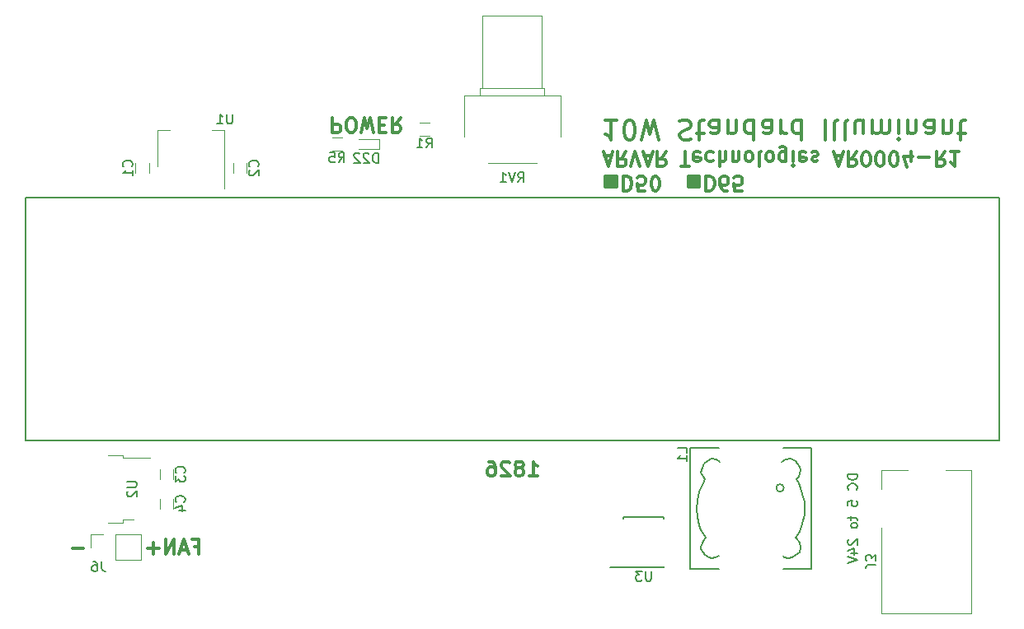
<source format=gbo>
G04 #@! TF.GenerationSoftware,KiCad,Pcbnew,(5.0.0-rc2-117-g8a2639325)*
G04 #@! TF.CreationDate,2018-07-20T00:32:21+10:00*
G04 #@! TF.ProjectId,AR0004-R1,4152303030342D52312E6B696361645F,rev?*
G04 #@! TF.SameCoordinates,Original*
G04 #@! TF.FileFunction,Legend,Bot*
G04 #@! TF.FilePolarity,Positive*
%FSLAX46Y46*%
G04 Gerber Fmt 4.6, Leading zero omitted, Abs format (unit mm)*
G04 Created by KiCad (PCBNEW (5.0.0-rc2-117-g8a2639325)) date 07/20/18 00:32:21*
%MOMM*%
%LPD*%
G01*
G04 APERTURE LIST*
%ADD10C,0.300000*%
%ADD11C,0.150000*%
%ADD12C,0.200000*%
%ADD13C,0.120000*%
G04 APERTURE END LIST*
D10*
X109623571Y-53964285D02*
X109623571Y-52821428D01*
X109695000Y-52821428D02*
X109695000Y-53964285D01*
X109766428Y-53964285D02*
X109766428Y-52821428D01*
X109837857Y-52821428D02*
X109837857Y-53964285D01*
X109909285Y-53964285D02*
X109909285Y-52821428D01*
X109980714Y-52821428D02*
X109980714Y-53964285D01*
X110052142Y-53964285D02*
X110052142Y-52821428D01*
X110123571Y-52821428D02*
X110123571Y-53964285D01*
X110195000Y-53964285D02*
X110195000Y-52821428D01*
X110266428Y-52821428D02*
X110266428Y-53964285D01*
X110337857Y-53964285D02*
X110337857Y-52821428D01*
X110409285Y-52821428D02*
X110409285Y-53964285D01*
X110480714Y-53964285D02*
X110480714Y-52821428D01*
X110552142Y-52821428D02*
X110552142Y-53964285D01*
X110623571Y-53964285D02*
X110623571Y-52821428D01*
X109552142Y-53964285D02*
X110695000Y-53964285D01*
X110695000Y-52821428D01*
X109552142Y-52821428D01*
X109552142Y-53964285D01*
X111409285Y-52821428D02*
X111409285Y-54321428D01*
X111766428Y-54321428D01*
X111980714Y-54250000D01*
X112123571Y-54107142D01*
X112195000Y-53964285D01*
X112266428Y-53678571D01*
X112266428Y-53464285D01*
X112195000Y-53178571D01*
X112123571Y-53035714D01*
X111980714Y-52892857D01*
X111766428Y-52821428D01*
X111409285Y-52821428D01*
X113623571Y-54321428D02*
X112909285Y-54321428D01*
X112837857Y-53607142D01*
X112909285Y-53678571D01*
X113052142Y-53750000D01*
X113409285Y-53750000D01*
X113552142Y-53678571D01*
X113623571Y-53607142D01*
X113695000Y-53464285D01*
X113695000Y-53107142D01*
X113623571Y-52964285D01*
X113552142Y-52892857D01*
X113409285Y-52821428D01*
X113052142Y-52821428D01*
X112909285Y-52892857D01*
X112837857Y-52964285D01*
X114623571Y-54321428D02*
X114766428Y-54321428D01*
X114909285Y-54250000D01*
X114980714Y-54178571D01*
X115052142Y-54035714D01*
X115123571Y-53750000D01*
X115123571Y-53392857D01*
X115052142Y-53107142D01*
X114980714Y-52964285D01*
X114909285Y-52892857D01*
X114766428Y-52821428D01*
X114623571Y-52821428D01*
X114480714Y-52892857D01*
X114409285Y-52964285D01*
X114337857Y-53107142D01*
X114266428Y-53392857D01*
X114266428Y-53750000D01*
X114337857Y-54035714D01*
X114409285Y-54178571D01*
X114480714Y-54250000D01*
X114623571Y-54321428D01*
X118123571Y-53964285D02*
X118123571Y-52821428D01*
X118195000Y-52821428D02*
X118195000Y-53964285D01*
X118266428Y-53964285D02*
X118266428Y-52821428D01*
X118337857Y-52821428D02*
X118337857Y-53964285D01*
X118409285Y-53964285D02*
X118409285Y-52821428D01*
X118480714Y-52821428D02*
X118480714Y-53964285D01*
X118552142Y-53964285D02*
X118552142Y-52821428D01*
X118623571Y-52821428D02*
X118623571Y-53964285D01*
X118695000Y-53964285D02*
X118695000Y-52821428D01*
X118766428Y-52821428D02*
X118766428Y-53964285D01*
X118837857Y-53964285D02*
X118837857Y-52821428D01*
X118909285Y-52821428D02*
X118909285Y-53964285D01*
X118980714Y-53964285D02*
X118980714Y-52821428D01*
X119052142Y-52821428D02*
X119052142Y-53964285D01*
X119123571Y-53964285D02*
X119123571Y-52821428D01*
X118052142Y-53964285D02*
X119195000Y-53964285D01*
X119195000Y-52821428D01*
X118052142Y-52821428D01*
X118052142Y-53964285D01*
X119909285Y-52821428D02*
X119909285Y-54321428D01*
X120266428Y-54321428D01*
X120480714Y-54250000D01*
X120623571Y-54107142D01*
X120695000Y-53964285D01*
X120766428Y-53678571D01*
X120766428Y-53464285D01*
X120695000Y-53178571D01*
X120623571Y-53035714D01*
X120480714Y-52892857D01*
X120266428Y-52821428D01*
X119909285Y-52821428D01*
X122052142Y-54321428D02*
X121766428Y-54321428D01*
X121623571Y-54250000D01*
X121552142Y-54178571D01*
X121409285Y-53964285D01*
X121337857Y-53678571D01*
X121337857Y-53107142D01*
X121409285Y-52964285D01*
X121480714Y-52892857D01*
X121623571Y-52821428D01*
X121909285Y-52821428D01*
X122052142Y-52892857D01*
X122123571Y-52964285D01*
X122195000Y-53107142D01*
X122195000Y-53464285D01*
X122123571Y-53607142D01*
X122052142Y-53678571D01*
X121909285Y-53750000D01*
X121623571Y-53750000D01*
X121480714Y-53678571D01*
X121409285Y-53607142D01*
X121337857Y-53464285D01*
X123552142Y-54321428D02*
X122837857Y-54321428D01*
X122766428Y-53607142D01*
X122837857Y-53678571D01*
X122980714Y-53750000D01*
X123337857Y-53750000D01*
X123480714Y-53678571D01*
X123552142Y-53607142D01*
X123623571Y-53464285D01*
X123623571Y-53107142D01*
X123552142Y-52964285D01*
X123480714Y-52892857D01*
X123337857Y-52821428D01*
X122980714Y-52821428D01*
X122837857Y-52892857D01*
X122766428Y-52964285D01*
D11*
X135452380Y-83500000D02*
X134452380Y-83500000D01*
X134452380Y-83738095D01*
X134500000Y-83880952D01*
X134595238Y-83976190D01*
X134690476Y-84023809D01*
X134880952Y-84071428D01*
X135023809Y-84071428D01*
X135214285Y-84023809D01*
X135309523Y-83976190D01*
X135404761Y-83880952D01*
X135452380Y-83738095D01*
X135452380Y-83500000D01*
X135357142Y-85071428D02*
X135404761Y-85023809D01*
X135452380Y-84880952D01*
X135452380Y-84785714D01*
X135404761Y-84642857D01*
X135309523Y-84547619D01*
X135214285Y-84500000D01*
X135023809Y-84452380D01*
X134880952Y-84452380D01*
X134690476Y-84500000D01*
X134595238Y-84547619D01*
X134500000Y-84642857D01*
X134452380Y-84785714D01*
X134452380Y-84880952D01*
X134500000Y-85023809D01*
X134547619Y-85071428D01*
X134452380Y-86738095D02*
X134452380Y-86261904D01*
X134928571Y-86214285D01*
X134880952Y-86261904D01*
X134833333Y-86357142D01*
X134833333Y-86595238D01*
X134880952Y-86690476D01*
X134928571Y-86738095D01*
X135023809Y-86785714D01*
X135261904Y-86785714D01*
X135357142Y-86738095D01*
X135404761Y-86690476D01*
X135452380Y-86595238D01*
X135452380Y-86357142D01*
X135404761Y-86261904D01*
X135357142Y-86214285D01*
X134785714Y-87833333D02*
X134785714Y-88214285D01*
X134452380Y-87976190D02*
X135309523Y-87976190D01*
X135404761Y-88023809D01*
X135452380Y-88119047D01*
X135452380Y-88214285D01*
X135452380Y-88690476D02*
X135404761Y-88595238D01*
X135357142Y-88547619D01*
X135261904Y-88500000D01*
X134976190Y-88500000D01*
X134880952Y-88547619D01*
X134833333Y-88595238D01*
X134785714Y-88690476D01*
X134785714Y-88833333D01*
X134833333Y-88928571D01*
X134880952Y-88976190D01*
X134976190Y-89023809D01*
X135261904Y-89023809D01*
X135357142Y-88976190D01*
X135404761Y-88928571D01*
X135452380Y-88833333D01*
X135452380Y-88690476D01*
X134547619Y-90166666D02*
X134500000Y-90214285D01*
X134452380Y-90309523D01*
X134452380Y-90547619D01*
X134500000Y-90642857D01*
X134547619Y-90690476D01*
X134642857Y-90738095D01*
X134738095Y-90738095D01*
X134880952Y-90690476D01*
X135452380Y-90119047D01*
X135452380Y-90738095D01*
X134785714Y-91595238D02*
X135452380Y-91595238D01*
X134404761Y-91357142D02*
X135119047Y-91119047D01*
X135119047Y-91738095D01*
X134452380Y-91976190D02*
X135452380Y-92309523D01*
X134452380Y-92642857D01*
D10*
X101714285Y-83678571D02*
X102571428Y-83678571D01*
X102142857Y-83678571D02*
X102142857Y-82178571D01*
X102285714Y-82392857D01*
X102428571Y-82535714D01*
X102571428Y-82607142D01*
X100857142Y-82821428D02*
X101000000Y-82750000D01*
X101071428Y-82678571D01*
X101142857Y-82535714D01*
X101142857Y-82464285D01*
X101071428Y-82321428D01*
X101000000Y-82250000D01*
X100857142Y-82178571D01*
X100571428Y-82178571D01*
X100428571Y-82250000D01*
X100357142Y-82321428D01*
X100285714Y-82464285D01*
X100285714Y-82535714D01*
X100357142Y-82678571D01*
X100428571Y-82750000D01*
X100571428Y-82821428D01*
X100857142Y-82821428D01*
X101000000Y-82892857D01*
X101071428Y-82964285D01*
X101142857Y-83107142D01*
X101142857Y-83392857D01*
X101071428Y-83535714D01*
X101000000Y-83607142D01*
X100857142Y-83678571D01*
X100571428Y-83678571D01*
X100428571Y-83607142D01*
X100357142Y-83535714D01*
X100285714Y-83392857D01*
X100285714Y-83107142D01*
X100357142Y-82964285D01*
X100428571Y-82892857D01*
X100571428Y-82821428D01*
X99714285Y-82321428D02*
X99642857Y-82250000D01*
X99500000Y-82178571D01*
X99142857Y-82178571D01*
X99000000Y-82250000D01*
X98928571Y-82321428D01*
X98857142Y-82464285D01*
X98857142Y-82607142D01*
X98928571Y-82821428D01*
X99785714Y-83678571D01*
X98857142Y-83678571D01*
X97571428Y-82178571D02*
X97857142Y-82178571D01*
X98000000Y-82250000D01*
X98071428Y-82321428D01*
X98214285Y-82535714D01*
X98285714Y-82821428D01*
X98285714Y-83392857D01*
X98214285Y-83535714D01*
X98142857Y-83607142D01*
X98000000Y-83678571D01*
X97714285Y-83678571D01*
X97571428Y-83607142D01*
X97500000Y-83535714D01*
X97428571Y-83392857D01*
X97428571Y-83035714D01*
X97500000Y-82892857D01*
X97571428Y-82821428D01*
X97714285Y-82750000D01*
X98000000Y-82750000D01*
X98142857Y-82821428D01*
X98214285Y-82892857D01*
X98285714Y-83035714D01*
X110718809Y-47095238D02*
X109575952Y-47095238D01*
X110147380Y-47095238D02*
X110147380Y-49095238D01*
X109956904Y-48809523D01*
X109766428Y-48619047D01*
X109575952Y-48523809D01*
X111956904Y-49095238D02*
X112147380Y-49095238D01*
X112337857Y-49000000D01*
X112433095Y-48904761D01*
X112528333Y-48714285D01*
X112623571Y-48333333D01*
X112623571Y-47857142D01*
X112528333Y-47476190D01*
X112433095Y-47285714D01*
X112337857Y-47190476D01*
X112147380Y-47095238D01*
X111956904Y-47095238D01*
X111766428Y-47190476D01*
X111671190Y-47285714D01*
X111575952Y-47476190D01*
X111480714Y-47857142D01*
X111480714Y-48333333D01*
X111575952Y-48714285D01*
X111671190Y-48904761D01*
X111766428Y-49000000D01*
X111956904Y-49095238D01*
X113290238Y-49095238D02*
X113766428Y-47095238D01*
X114147380Y-48523809D01*
X114528333Y-47095238D01*
X115004523Y-49095238D01*
X117195000Y-47190476D02*
X117480714Y-47095238D01*
X117956904Y-47095238D01*
X118147380Y-47190476D01*
X118242619Y-47285714D01*
X118337857Y-47476190D01*
X118337857Y-47666666D01*
X118242619Y-47857142D01*
X118147380Y-47952380D01*
X117956904Y-48047619D01*
X117575952Y-48142857D01*
X117385476Y-48238095D01*
X117290238Y-48333333D01*
X117195000Y-48523809D01*
X117195000Y-48714285D01*
X117290238Y-48904761D01*
X117385476Y-49000000D01*
X117575952Y-49095238D01*
X118052142Y-49095238D01*
X118337857Y-49000000D01*
X118909285Y-48428571D02*
X119671190Y-48428571D01*
X119195000Y-49095238D02*
X119195000Y-47380952D01*
X119290238Y-47190476D01*
X119480714Y-47095238D01*
X119671190Y-47095238D01*
X121194999Y-47095238D02*
X121194999Y-48142857D01*
X121099761Y-48333333D01*
X120909285Y-48428571D01*
X120528333Y-48428571D01*
X120337857Y-48333333D01*
X121194999Y-47190476D02*
X121004523Y-47095238D01*
X120528333Y-47095238D01*
X120337857Y-47190476D01*
X120242619Y-47380952D01*
X120242619Y-47571428D01*
X120337857Y-47761904D01*
X120528333Y-47857142D01*
X121004523Y-47857142D01*
X121194999Y-47952380D01*
X122147380Y-48428571D02*
X122147380Y-47095238D01*
X122147380Y-48238095D02*
X122242619Y-48333333D01*
X122433095Y-48428571D01*
X122718809Y-48428571D01*
X122909285Y-48333333D01*
X123004523Y-48142857D01*
X123004523Y-47095238D01*
X124814047Y-47095238D02*
X124814047Y-49095238D01*
X124814047Y-47190476D02*
X124623571Y-47095238D01*
X124242619Y-47095238D01*
X124052142Y-47190476D01*
X123956904Y-47285714D01*
X123861666Y-47476190D01*
X123861666Y-48047619D01*
X123956904Y-48238095D01*
X124052142Y-48333333D01*
X124242619Y-48428571D01*
X124623571Y-48428571D01*
X124814047Y-48333333D01*
X126623571Y-47095238D02*
X126623571Y-48142857D01*
X126528333Y-48333333D01*
X126337857Y-48428571D01*
X125956904Y-48428571D01*
X125766428Y-48333333D01*
X126623571Y-47190476D02*
X126433095Y-47095238D01*
X125956904Y-47095238D01*
X125766428Y-47190476D01*
X125671190Y-47380952D01*
X125671190Y-47571428D01*
X125766428Y-47761904D01*
X125956904Y-47857142D01*
X126433095Y-47857142D01*
X126623571Y-47952380D01*
X127575952Y-47095238D02*
X127575952Y-48428571D01*
X127575952Y-48047619D02*
X127671190Y-48238095D01*
X127766428Y-48333333D01*
X127956904Y-48428571D01*
X128147380Y-48428571D01*
X129671190Y-47095238D02*
X129671190Y-49095238D01*
X129671190Y-47190476D02*
X129480714Y-47095238D01*
X129099761Y-47095238D01*
X128909285Y-47190476D01*
X128814047Y-47285714D01*
X128718809Y-47476190D01*
X128718809Y-48047619D01*
X128814047Y-48238095D01*
X128909285Y-48333333D01*
X129099761Y-48428571D01*
X129480714Y-48428571D01*
X129671190Y-48333333D01*
X132147380Y-47095238D02*
X132147380Y-49095238D01*
X133385476Y-47095238D02*
X133194999Y-47190476D01*
X133099761Y-47380952D01*
X133099761Y-49095238D01*
X134433095Y-47095238D02*
X134242619Y-47190476D01*
X134147380Y-47380952D01*
X134147380Y-49095238D01*
X136052142Y-48428571D02*
X136052142Y-47095238D01*
X135195000Y-48428571D02*
X135195000Y-47380952D01*
X135290238Y-47190476D01*
X135480714Y-47095238D01*
X135766428Y-47095238D01*
X135956904Y-47190476D01*
X136052142Y-47285714D01*
X137004523Y-47095238D02*
X137004523Y-48428571D01*
X137004523Y-48238095D02*
X137099761Y-48333333D01*
X137290238Y-48428571D01*
X137575952Y-48428571D01*
X137766428Y-48333333D01*
X137861666Y-48142857D01*
X137861666Y-47095238D01*
X137861666Y-48142857D02*
X137956904Y-48333333D01*
X138147380Y-48428571D01*
X138433095Y-48428571D01*
X138623571Y-48333333D01*
X138718809Y-48142857D01*
X138718809Y-47095238D01*
X139671190Y-47095238D02*
X139671190Y-48428571D01*
X139671190Y-49095238D02*
X139575952Y-49000000D01*
X139671190Y-48904761D01*
X139766428Y-49000000D01*
X139671190Y-49095238D01*
X139671190Y-48904761D01*
X140623571Y-48428571D02*
X140623571Y-47095238D01*
X140623571Y-48238095D02*
X140718809Y-48333333D01*
X140909285Y-48428571D01*
X141195000Y-48428571D01*
X141385476Y-48333333D01*
X141480714Y-48142857D01*
X141480714Y-47095238D01*
X143290238Y-47095238D02*
X143290238Y-48142857D01*
X143195000Y-48333333D01*
X143004523Y-48428571D01*
X142623571Y-48428571D01*
X142433095Y-48333333D01*
X143290238Y-47190476D02*
X143099761Y-47095238D01*
X142623571Y-47095238D01*
X142433095Y-47190476D01*
X142337857Y-47380952D01*
X142337857Y-47571428D01*
X142433095Y-47761904D01*
X142623571Y-47857142D01*
X143099761Y-47857142D01*
X143290238Y-47952380D01*
X144242619Y-48428571D02*
X144242619Y-47095238D01*
X144242619Y-48238095D02*
X144337857Y-48333333D01*
X144528333Y-48428571D01*
X144814047Y-48428571D01*
X145004523Y-48333333D01*
X145099761Y-48142857D01*
X145099761Y-47095238D01*
X145766428Y-48428571D02*
X146528333Y-48428571D01*
X146052142Y-49095238D02*
X146052142Y-47380952D01*
X146147380Y-47190476D01*
X146337857Y-47095238D01*
X146528333Y-47095238D01*
X109480714Y-50750000D02*
X110195000Y-50750000D01*
X109337857Y-50321428D02*
X109837857Y-51821428D01*
X110337857Y-50321428D01*
X111695000Y-50321428D02*
X111195000Y-51035714D01*
X110837857Y-50321428D02*
X110837857Y-51821428D01*
X111409285Y-51821428D01*
X111552142Y-51750000D01*
X111623571Y-51678571D01*
X111695000Y-51535714D01*
X111695000Y-51321428D01*
X111623571Y-51178571D01*
X111552142Y-51107142D01*
X111409285Y-51035714D01*
X110837857Y-51035714D01*
X112123571Y-51821428D02*
X112623571Y-50321428D01*
X113123571Y-51821428D01*
X113552142Y-50750000D02*
X114266428Y-50750000D01*
X113409285Y-50321428D02*
X113909285Y-51821428D01*
X114409285Y-50321428D01*
X115766428Y-50321428D02*
X115266428Y-51035714D01*
X114909285Y-50321428D02*
X114909285Y-51821428D01*
X115480714Y-51821428D01*
X115623571Y-51750000D01*
X115695000Y-51678571D01*
X115766428Y-51535714D01*
X115766428Y-51321428D01*
X115695000Y-51178571D01*
X115623571Y-51107142D01*
X115480714Y-51035714D01*
X114909285Y-51035714D01*
X117337857Y-51821428D02*
X118195000Y-51821428D01*
X117766428Y-50321428D02*
X117766428Y-51821428D01*
X119266428Y-50392857D02*
X119123571Y-50321428D01*
X118837857Y-50321428D01*
X118695000Y-50392857D01*
X118623571Y-50535714D01*
X118623571Y-51107142D01*
X118695000Y-51250000D01*
X118837857Y-51321428D01*
X119123571Y-51321428D01*
X119266428Y-51250000D01*
X119337857Y-51107142D01*
X119337857Y-50964285D01*
X118623571Y-50821428D01*
X120623571Y-50392857D02*
X120480714Y-50321428D01*
X120195000Y-50321428D01*
X120052142Y-50392857D01*
X119980714Y-50464285D01*
X119909285Y-50607142D01*
X119909285Y-51035714D01*
X119980714Y-51178571D01*
X120052142Y-51250000D01*
X120195000Y-51321428D01*
X120480714Y-51321428D01*
X120623571Y-51250000D01*
X121266428Y-50321428D02*
X121266428Y-51821428D01*
X121909285Y-50321428D02*
X121909285Y-51107142D01*
X121837857Y-51250000D01*
X121695000Y-51321428D01*
X121480714Y-51321428D01*
X121337857Y-51250000D01*
X121266428Y-51178571D01*
X122623571Y-51321428D02*
X122623571Y-50321428D01*
X122623571Y-51178571D02*
X122695000Y-51250000D01*
X122837857Y-51321428D01*
X123052142Y-51321428D01*
X123195000Y-51250000D01*
X123266428Y-51107142D01*
X123266428Y-50321428D01*
X124195000Y-50321428D02*
X124052142Y-50392857D01*
X123980714Y-50464285D01*
X123909285Y-50607142D01*
X123909285Y-51035714D01*
X123980714Y-51178571D01*
X124052142Y-51250000D01*
X124195000Y-51321428D01*
X124409285Y-51321428D01*
X124552142Y-51250000D01*
X124623571Y-51178571D01*
X124695000Y-51035714D01*
X124695000Y-50607142D01*
X124623571Y-50464285D01*
X124552142Y-50392857D01*
X124409285Y-50321428D01*
X124195000Y-50321428D01*
X125552142Y-50321428D02*
X125409285Y-50392857D01*
X125337857Y-50535714D01*
X125337857Y-51821428D01*
X126337857Y-50321428D02*
X126195000Y-50392857D01*
X126123571Y-50464285D01*
X126052142Y-50607142D01*
X126052142Y-51035714D01*
X126123571Y-51178571D01*
X126195000Y-51250000D01*
X126337857Y-51321428D01*
X126552142Y-51321428D01*
X126695000Y-51250000D01*
X126766428Y-51178571D01*
X126837857Y-51035714D01*
X126837857Y-50607142D01*
X126766428Y-50464285D01*
X126695000Y-50392857D01*
X126552142Y-50321428D01*
X126337857Y-50321428D01*
X128123571Y-51321428D02*
X128123571Y-50107142D01*
X128052142Y-49964285D01*
X127980714Y-49892857D01*
X127837857Y-49821428D01*
X127623571Y-49821428D01*
X127480714Y-49892857D01*
X128123571Y-50392857D02*
X127980714Y-50321428D01*
X127695000Y-50321428D01*
X127552142Y-50392857D01*
X127480714Y-50464285D01*
X127409285Y-50607142D01*
X127409285Y-51035714D01*
X127480714Y-51178571D01*
X127552142Y-51250000D01*
X127695000Y-51321428D01*
X127980714Y-51321428D01*
X128123571Y-51250000D01*
X128837857Y-50321428D02*
X128837857Y-51321428D01*
X128837857Y-51821428D02*
X128766428Y-51750000D01*
X128837857Y-51678571D01*
X128909285Y-51750000D01*
X128837857Y-51821428D01*
X128837857Y-51678571D01*
X130123571Y-50392857D02*
X129980714Y-50321428D01*
X129695000Y-50321428D01*
X129552142Y-50392857D01*
X129480714Y-50535714D01*
X129480714Y-51107142D01*
X129552142Y-51250000D01*
X129695000Y-51321428D01*
X129980714Y-51321428D01*
X130123571Y-51250000D01*
X130195000Y-51107142D01*
X130195000Y-50964285D01*
X129480714Y-50821428D01*
X130766428Y-50392857D02*
X130909285Y-50321428D01*
X131195000Y-50321428D01*
X131337857Y-50392857D01*
X131409285Y-50535714D01*
X131409285Y-50607142D01*
X131337857Y-50750000D01*
X131195000Y-50821428D01*
X130980714Y-50821428D01*
X130837857Y-50892857D01*
X130766428Y-51035714D01*
X130766428Y-51107142D01*
X130837857Y-51250000D01*
X130980714Y-51321428D01*
X131195000Y-51321428D01*
X131337857Y-51250000D01*
X133123571Y-50750000D02*
X133837857Y-50750000D01*
X132980714Y-50321428D02*
X133480714Y-51821428D01*
X133980714Y-50321428D01*
X135337857Y-50321428D02*
X134837857Y-51035714D01*
X134480714Y-50321428D02*
X134480714Y-51821428D01*
X135052142Y-51821428D01*
X135195000Y-51750000D01*
X135266428Y-51678571D01*
X135337857Y-51535714D01*
X135337857Y-51321428D01*
X135266428Y-51178571D01*
X135195000Y-51107142D01*
X135052142Y-51035714D01*
X134480714Y-51035714D01*
X136266428Y-51821428D02*
X136409285Y-51821428D01*
X136552142Y-51750000D01*
X136623571Y-51678571D01*
X136695000Y-51535714D01*
X136766428Y-51250000D01*
X136766428Y-50892857D01*
X136695000Y-50607142D01*
X136623571Y-50464285D01*
X136552142Y-50392857D01*
X136409285Y-50321428D01*
X136266428Y-50321428D01*
X136123571Y-50392857D01*
X136052142Y-50464285D01*
X135980714Y-50607142D01*
X135909285Y-50892857D01*
X135909285Y-51250000D01*
X135980714Y-51535714D01*
X136052142Y-51678571D01*
X136123571Y-51750000D01*
X136266428Y-51821428D01*
X137695000Y-51821428D02*
X137837857Y-51821428D01*
X137980714Y-51750000D01*
X138052142Y-51678571D01*
X138123571Y-51535714D01*
X138195000Y-51250000D01*
X138195000Y-50892857D01*
X138123571Y-50607142D01*
X138052142Y-50464285D01*
X137980714Y-50392857D01*
X137837857Y-50321428D01*
X137695000Y-50321428D01*
X137552142Y-50392857D01*
X137480714Y-50464285D01*
X137409285Y-50607142D01*
X137337857Y-50892857D01*
X137337857Y-51250000D01*
X137409285Y-51535714D01*
X137480714Y-51678571D01*
X137552142Y-51750000D01*
X137695000Y-51821428D01*
X139123571Y-51821428D02*
X139266428Y-51821428D01*
X139409285Y-51750000D01*
X139480714Y-51678571D01*
X139552142Y-51535714D01*
X139623571Y-51250000D01*
X139623571Y-50892857D01*
X139552142Y-50607142D01*
X139480714Y-50464285D01*
X139409285Y-50392857D01*
X139266428Y-50321428D01*
X139123571Y-50321428D01*
X138980714Y-50392857D01*
X138909285Y-50464285D01*
X138837857Y-50607142D01*
X138766428Y-50892857D01*
X138766428Y-51250000D01*
X138837857Y-51535714D01*
X138909285Y-51678571D01*
X138980714Y-51750000D01*
X139123571Y-51821428D01*
X140909285Y-51321428D02*
X140909285Y-50321428D01*
X140552142Y-51892857D02*
X140195000Y-50821428D01*
X141123571Y-50821428D01*
X141695000Y-50892857D02*
X142837857Y-50892857D01*
X144409285Y-50321428D02*
X143909285Y-51035714D01*
X143552142Y-50321428D02*
X143552142Y-51821428D01*
X144123571Y-51821428D01*
X144266428Y-51750000D01*
X144337857Y-51678571D01*
X144409285Y-51535714D01*
X144409285Y-51321428D01*
X144337857Y-51178571D01*
X144266428Y-51107142D01*
X144123571Y-51035714D01*
X143552142Y-51035714D01*
X145837857Y-50321428D02*
X144980714Y-50321428D01*
X145409285Y-50321428D02*
X145409285Y-51821428D01*
X145266428Y-51607142D01*
X145123571Y-51464285D01*
X144980714Y-51392857D01*
X81535714Y-46821428D02*
X81535714Y-48321428D01*
X82107142Y-48321428D01*
X82250000Y-48250000D01*
X82321428Y-48178571D01*
X82392857Y-48035714D01*
X82392857Y-47821428D01*
X82321428Y-47678571D01*
X82250000Y-47607142D01*
X82107142Y-47535714D01*
X81535714Y-47535714D01*
X83321428Y-48321428D02*
X83607142Y-48321428D01*
X83750000Y-48250000D01*
X83892857Y-48107142D01*
X83964285Y-47821428D01*
X83964285Y-47321428D01*
X83892857Y-47035714D01*
X83750000Y-46892857D01*
X83607142Y-46821428D01*
X83321428Y-46821428D01*
X83178571Y-46892857D01*
X83035714Y-47035714D01*
X82964285Y-47321428D01*
X82964285Y-47821428D01*
X83035714Y-48107142D01*
X83178571Y-48250000D01*
X83321428Y-48321428D01*
X84464285Y-48321428D02*
X84821428Y-46821428D01*
X85107142Y-47892857D01*
X85392857Y-46821428D01*
X85750000Y-48321428D01*
X86321428Y-47607142D02*
X86821428Y-47607142D01*
X87035714Y-46821428D02*
X86321428Y-46821428D01*
X86321428Y-48321428D01*
X87035714Y-48321428D01*
X88535714Y-46821428D02*
X88035714Y-47535714D01*
X87678571Y-46821428D02*
X87678571Y-48321428D01*
X88250000Y-48321428D01*
X88392857Y-48250000D01*
X88464285Y-48178571D01*
X88535714Y-48035714D01*
X88535714Y-47821428D01*
X88464285Y-47678571D01*
X88392857Y-47607142D01*
X88250000Y-47535714D01*
X87678571Y-47535714D01*
X55947857Y-91107142D02*
X54805000Y-91107142D01*
X67337857Y-90892857D02*
X67837857Y-90892857D01*
X67837857Y-91678571D02*
X67837857Y-90178571D01*
X67123571Y-90178571D01*
X66623571Y-91250000D02*
X65909285Y-91250000D01*
X66766428Y-91678571D02*
X66266428Y-90178571D01*
X65766428Y-91678571D01*
X65266428Y-91678571D02*
X65266428Y-90178571D01*
X64409285Y-91678571D01*
X64409285Y-90178571D01*
X63695000Y-91107142D02*
X62552142Y-91107142D01*
X63123571Y-91678571D02*
X63123571Y-90535714D01*
D12*
X150000000Y-55000000D02*
X50000000Y-55000000D01*
X150000000Y-80000000D02*
X150000000Y-55000000D01*
X50000000Y-80000000D02*
X150000000Y-80000000D01*
X50000000Y-55000000D02*
X50000000Y-80000000D01*
D13*
G04 #@! TO.C,C1*
X61320000Y-51500000D02*
X61320000Y-52500000D01*
X62680000Y-52500000D02*
X62680000Y-51500000D01*
G04 #@! TO.C,C2*
X72680000Y-52500000D02*
X72680000Y-51500000D01*
X71320000Y-51500000D02*
X71320000Y-52500000D01*
G04 #@! TO.C,C3*
X65180000Y-84000000D02*
X65180000Y-83000000D01*
X63820000Y-83000000D02*
X63820000Y-84000000D01*
G04 #@! TO.C,C4*
X63820000Y-86000000D02*
X63820000Y-87000000D01*
X65180000Y-87000000D02*
X65180000Y-86000000D01*
G04 #@! TO.C,J3*
X147100000Y-83100000D02*
X144500000Y-83100000D01*
X147100000Y-97800000D02*
X147100000Y-83100000D01*
X137900000Y-83100000D02*
X137900000Y-85000000D01*
X140600000Y-83100000D02*
X137900000Y-83100000D01*
X137900000Y-97800000D02*
X147100000Y-97800000D01*
X137900000Y-89000000D02*
X137900000Y-97800000D01*
G04 #@! TO.C,J6*
X56670000Y-89670000D02*
X56670000Y-91000000D01*
X58000000Y-89670000D02*
X56670000Y-89670000D01*
X59270000Y-89670000D02*
X59270000Y-92330000D01*
X59270000Y-92330000D02*
X61870000Y-92330000D01*
X59270000Y-89670000D02*
X61870000Y-89670000D01*
X61870000Y-89670000D02*
X61870000Y-92330000D01*
D11*
G04 #@! TO.C,L1*
X127890974Y-84899420D02*
G75*
G03X127890974Y-84899420I-391234J0D01*
G01*
X127799460Y-91899660D02*
X127901060Y-92001260D01*
X127901060Y-92001260D02*
X128299840Y-92100320D01*
X128299840Y-92100320D02*
X128800220Y-92001260D01*
X128800220Y-92001260D02*
X129099940Y-91800600D01*
X129099940Y-91800600D02*
X129501260Y-91500880D01*
X129501260Y-91500880D02*
X129600320Y-91000500D01*
X129600320Y-91000500D02*
X129501260Y-90500120D01*
X129501260Y-90500120D02*
X129199000Y-90098800D01*
X129199000Y-90098800D02*
X129099940Y-89999740D01*
X129099940Y-89999740D02*
X129501260Y-89400300D01*
X129501260Y-89400300D02*
X129800980Y-88600200D01*
X129800980Y-88600200D02*
X129999100Y-87599440D01*
X129999100Y-87599440D02*
X129999100Y-86400560D01*
X129999100Y-86400560D02*
X129800980Y-85498860D01*
X129800980Y-85498860D02*
X129600320Y-84899420D01*
X129600320Y-84899420D02*
X129399660Y-84399040D01*
X129399660Y-84399040D02*
X129199000Y-84000260D01*
X129199000Y-84000260D02*
X129399660Y-83700540D01*
X129399660Y-83700540D02*
X129600320Y-83101100D01*
X129600320Y-83101100D02*
X129501260Y-82699780D01*
X129501260Y-82699780D02*
X129300600Y-82400060D01*
X129300600Y-82400060D02*
X129099940Y-82100340D01*
X129099940Y-82100340D02*
X128599560Y-81899680D01*
X128599560Y-81899680D02*
X128099180Y-81998740D01*
X128099180Y-81998740D02*
X127700400Y-82199400D01*
X121200540Y-91899660D02*
X120900820Y-92001260D01*
X120900820Y-92001260D02*
X120499500Y-92100320D01*
X120499500Y-92100320D02*
X120199780Y-92001260D01*
X120199780Y-92001260D02*
X119801000Y-91800600D01*
X119801000Y-91800600D02*
X119600340Y-91500880D01*
X119600340Y-91500880D02*
X119399680Y-91201160D01*
X119399680Y-91201160D02*
X119399680Y-90898900D01*
X119399680Y-90898900D02*
X119498740Y-90599180D01*
X119498740Y-90599180D02*
X119600340Y-90299460D01*
X119600340Y-90299460D02*
X119900060Y-89999740D01*
X119900060Y-89999740D02*
X119600340Y-89600960D01*
X119600340Y-89600960D02*
X119399680Y-89199640D01*
X119399680Y-89199640D02*
X119199020Y-88699260D01*
X119199020Y-88699260D02*
X119000900Y-87899160D01*
X119000900Y-87899160D02*
X118899300Y-87000000D01*
X118899300Y-87000000D02*
X119000900Y-86199900D01*
X119000900Y-86199900D02*
X119199020Y-85300740D01*
X119199020Y-85300740D02*
X119600340Y-84399040D01*
X119600340Y-84399040D02*
X119801000Y-84000260D01*
X119801000Y-84000260D02*
X119600340Y-83700540D01*
X119600340Y-83700540D02*
X119399680Y-83299220D01*
X119399680Y-83299220D02*
X119498740Y-82798840D01*
X119498740Y-82798840D02*
X119699400Y-82400060D01*
X119699400Y-82400060D02*
X119999120Y-82100340D01*
X119999120Y-82100340D02*
X120499500Y-81899680D01*
X120499500Y-81899680D02*
X120999880Y-81998740D01*
X120999880Y-81998740D02*
X121299600Y-82199400D01*
X127799460Y-80799860D02*
X130700140Y-80799860D01*
X130700140Y-80799860D02*
X130700140Y-93200140D01*
X130700140Y-93200140D02*
X127799460Y-93200140D01*
X118299860Y-93200140D02*
X118299860Y-80799860D01*
X118299860Y-80799860D02*
X121200540Y-80799860D01*
X118299860Y-93200140D02*
X121200540Y-93200140D01*
D13*
G04 #@! TO.C,R1*
X91500000Y-47320000D02*
X90500000Y-47320000D01*
X90500000Y-48680000D02*
X91500000Y-48680000D01*
G04 #@! TO.C,RV1*
X103060000Y-36340000D02*
X96940000Y-36340000D01*
X103060000Y-43740000D02*
X96940000Y-43740000D01*
X96940000Y-43740000D02*
X96940000Y-36340000D01*
X103060000Y-43740000D02*
X103060000Y-36340000D01*
X103310000Y-43740000D02*
X96690000Y-43740000D01*
X103310000Y-44540000D02*
X96690000Y-44540000D01*
X96690000Y-44540000D02*
X96690000Y-43740000D01*
X103310000Y-44540000D02*
X103310000Y-43740000D01*
X104961000Y-44540000D02*
X95040000Y-44540000D01*
X102505000Y-51460000D02*
X97495000Y-51460000D01*
X95040000Y-48805000D02*
X95040000Y-44540000D01*
X104961000Y-48805000D02*
X104961000Y-44540000D01*
G04 #@! TO.C,U2*
X59970000Y-88180000D02*
X61070000Y-88180000D01*
X59970000Y-88450000D02*
X59970000Y-88180000D01*
X58470000Y-88450000D02*
X59970000Y-88450000D01*
X59970000Y-81820000D02*
X62800000Y-81820000D01*
X59970000Y-81550000D02*
X59970000Y-81820000D01*
X58470000Y-81550000D02*
X59970000Y-81550000D01*
G04 #@! TO.C,U1*
X70410000Y-54100000D02*
X70410000Y-48090000D01*
X63590000Y-51850000D02*
X63590000Y-48090000D01*
X70410000Y-48090000D02*
X69150000Y-48090000D01*
X63590000Y-48090000D02*
X64850000Y-48090000D01*
G04 #@! TO.C,D22*
X86300000Y-49000000D02*
X84200000Y-49000000D01*
X86300000Y-50000000D02*
X84200000Y-50000000D01*
X86300000Y-49000000D02*
X86300000Y-50000000D01*
D11*
G04 #@! TO.C,U3*
X111425000Y-93075000D02*
X111425000Y-93025000D01*
X115575000Y-93075000D02*
X115575000Y-92930000D01*
X115575000Y-87925000D02*
X115575000Y-88070000D01*
X111425000Y-87925000D02*
X111425000Y-88070000D01*
X111425000Y-93075000D02*
X115575000Y-93075000D01*
X111425000Y-87925000D02*
X115575000Y-87925000D01*
X111425000Y-93025000D02*
X110025000Y-93025000D01*
D13*
G04 #@! TO.C,R5*
X81500000Y-50180000D02*
X82500000Y-50180000D01*
X82500000Y-48820000D02*
X81500000Y-48820000D01*
G04 #@! TO.C,C1*
D11*
X60907142Y-51833333D02*
X60954761Y-51785714D01*
X61002380Y-51642857D01*
X61002380Y-51547619D01*
X60954761Y-51404761D01*
X60859523Y-51309523D01*
X60764285Y-51261904D01*
X60573809Y-51214285D01*
X60430952Y-51214285D01*
X60240476Y-51261904D01*
X60145238Y-51309523D01*
X60050000Y-51404761D01*
X60002380Y-51547619D01*
X60002380Y-51642857D01*
X60050000Y-51785714D01*
X60097619Y-51833333D01*
X61002380Y-52785714D02*
X61002380Y-52214285D01*
X61002380Y-52500000D02*
X60002380Y-52500000D01*
X60145238Y-52404761D01*
X60240476Y-52309523D01*
X60288095Y-52214285D01*
G04 #@! TO.C,C2*
X73857142Y-51833333D02*
X73904761Y-51785714D01*
X73952380Y-51642857D01*
X73952380Y-51547619D01*
X73904761Y-51404761D01*
X73809523Y-51309523D01*
X73714285Y-51261904D01*
X73523809Y-51214285D01*
X73380952Y-51214285D01*
X73190476Y-51261904D01*
X73095238Y-51309523D01*
X73000000Y-51404761D01*
X72952380Y-51547619D01*
X72952380Y-51642857D01*
X73000000Y-51785714D01*
X73047619Y-51833333D01*
X73047619Y-52214285D02*
X73000000Y-52261904D01*
X72952380Y-52357142D01*
X72952380Y-52595238D01*
X73000000Y-52690476D01*
X73047619Y-52738095D01*
X73142857Y-52785714D01*
X73238095Y-52785714D01*
X73380952Y-52738095D01*
X73952380Y-52166666D01*
X73952380Y-52785714D01*
G04 #@! TO.C,C3*
X66307142Y-83333333D02*
X66354761Y-83285714D01*
X66402380Y-83142857D01*
X66402380Y-83047619D01*
X66354761Y-82904761D01*
X66259523Y-82809523D01*
X66164285Y-82761904D01*
X65973809Y-82714285D01*
X65830952Y-82714285D01*
X65640476Y-82761904D01*
X65545238Y-82809523D01*
X65450000Y-82904761D01*
X65402380Y-83047619D01*
X65402380Y-83142857D01*
X65450000Y-83285714D01*
X65497619Y-83333333D01*
X65402380Y-83666666D02*
X65402380Y-84285714D01*
X65783333Y-83952380D01*
X65783333Y-84095238D01*
X65830952Y-84190476D01*
X65878571Y-84238095D01*
X65973809Y-84285714D01*
X66211904Y-84285714D01*
X66307142Y-84238095D01*
X66354761Y-84190476D01*
X66402380Y-84095238D01*
X66402380Y-83809523D01*
X66354761Y-83714285D01*
X66307142Y-83666666D01*
G04 #@! TO.C,C4*
X66307142Y-86333333D02*
X66354761Y-86285714D01*
X66402380Y-86142857D01*
X66402380Y-86047619D01*
X66354761Y-85904761D01*
X66259523Y-85809523D01*
X66164285Y-85761904D01*
X65973809Y-85714285D01*
X65830952Y-85714285D01*
X65640476Y-85761904D01*
X65545238Y-85809523D01*
X65450000Y-85904761D01*
X65402380Y-86047619D01*
X65402380Y-86142857D01*
X65450000Y-86285714D01*
X65497619Y-86333333D01*
X65735714Y-87190476D02*
X66402380Y-87190476D01*
X65354761Y-86952380D02*
X66069047Y-86714285D01*
X66069047Y-87333333D01*
G04 #@! TO.C,J3*
X137297619Y-92783333D02*
X136583333Y-92783333D01*
X136440476Y-92830952D01*
X136345238Y-92926190D01*
X136297619Y-93069047D01*
X136297619Y-93164285D01*
X137297619Y-92402380D02*
X137297619Y-91783333D01*
X136916666Y-92116666D01*
X136916666Y-91973809D01*
X136869047Y-91878571D01*
X136821428Y-91830952D01*
X136726190Y-91783333D01*
X136488095Y-91783333D01*
X136392857Y-91830952D01*
X136345238Y-91878571D01*
X136297619Y-91973809D01*
X136297619Y-92259523D01*
X136345238Y-92354761D01*
X136392857Y-92402380D01*
G04 #@! TO.C,J6*
X57833333Y-92452380D02*
X57833333Y-93166666D01*
X57880952Y-93309523D01*
X57976190Y-93404761D01*
X58119047Y-93452380D01*
X58214285Y-93452380D01*
X56928571Y-92452380D02*
X57119047Y-92452380D01*
X57214285Y-92500000D01*
X57261904Y-92547619D01*
X57357142Y-92690476D01*
X57404761Y-92880952D01*
X57404761Y-93261904D01*
X57357142Y-93357142D01*
X57309523Y-93404761D01*
X57214285Y-93452380D01*
X57023809Y-93452380D01*
X56928571Y-93404761D01*
X56880952Y-93357142D01*
X56833333Y-93261904D01*
X56833333Y-93023809D01*
X56880952Y-92928571D01*
X56928571Y-92880952D01*
X57023809Y-92833333D01*
X57214285Y-92833333D01*
X57309523Y-92880952D01*
X57357142Y-92928571D01*
X57404761Y-93023809D01*
G04 #@! TO.C,L1*
X117952380Y-81283793D02*
X117952380Y-80807602D01*
X116952380Y-80807602D01*
X117952380Y-82140936D02*
X117952380Y-81569507D01*
X117952380Y-81855221D02*
X116952380Y-81855221D01*
X117095238Y-81759983D01*
X117190476Y-81664745D01*
X117238095Y-81569507D01*
G04 #@! TO.C,R1*
X91166666Y-49902380D02*
X91500000Y-49426190D01*
X91738095Y-49902380D02*
X91738095Y-48902380D01*
X91357142Y-48902380D01*
X91261904Y-48950000D01*
X91214285Y-48997619D01*
X91166666Y-49092857D01*
X91166666Y-49235714D01*
X91214285Y-49330952D01*
X91261904Y-49378571D01*
X91357142Y-49426190D01*
X91738095Y-49426190D01*
X90214285Y-49902380D02*
X90785714Y-49902380D01*
X90500000Y-49902380D02*
X90500000Y-48902380D01*
X90595238Y-49045238D01*
X90690476Y-49140476D01*
X90785714Y-49188095D01*
G04 #@! TO.C,RV1*
X100595238Y-53452380D02*
X100928571Y-52976190D01*
X101166666Y-53452380D02*
X101166666Y-52452380D01*
X100785714Y-52452380D01*
X100690476Y-52500000D01*
X100642857Y-52547619D01*
X100595238Y-52642857D01*
X100595238Y-52785714D01*
X100642857Y-52880952D01*
X100690476Y-52928571D01*
X100785714Y-52976190D01*
X101166666Y-52976190D01*
X100309523Y-52452380D02*
X99976190Y-53452380D01*
X99642857Y-52452380D01*
X98785714Y-53452380D02*
X99357142Y-53452380D01*
X99071428Y-53452380D02*
X99071428Y-52452380D01*
X99166666Y-52595238D01*
X99261904Y-52690476D01*
X99357142Y-52738095D01*
G04 #@! TO.C,U2*
X60452380Y-84238095D02*
X61261904Y-84238095D01*
X61357142Y-84285714D01*
X61404761Y-84333333D01*
X61452380Y-84428571D01*
X61452380Y-84619047D01*
X61404761Y-84714285D01*
X61357142Y-84761904D01*
X61261904Y-84809523D01*
X60452380Y-84809523D01*
X60547619Y-85238095D02*
X60500000Y-85285714D01*
X60452380Y-85380952D01*
X60452380Y-85619047D01*
X60500000Y-85714285D01*
X60547619Y-85761904D01*
X60642857Y-85809523D01*
X60738095Y-85809523D01*
X60880952Y-85761904D01*
X61452380Y-85190476D01*
X61452380Y-85809523D01*
G04 #@! TO.C,U1*
X71261904Y-46452380D02*
X71261904Y-47261904D01*
X71214285Y-47357142D01*
X71166666Y-47404761D01*
X71071428Y-47452380D01*
X70880952Y-47452380D01*
X70785714Y-47404761D01*
X70738095Y-47357142D01*
X70690476Y-47261904D01*
X70690476Y-46452380D01*
X69690476Y-47452380D02*
X70261904Y-47452380D01*
X69976190Y-47452380D02*
X69976190Y-46452380D01*
X70071428Y-46595238D01*
X70166666Y-46690476D01*
X70261904Y-46738095D01*
G04 #@! TO.C,D22*
X86214285Y-51452380D02*
X86214285Y-50452380D01*
X85976190Y-50452380D01*
X85833333Y-50500000D01*
X85738095Y-50595238D01*
X85690476Y-50690476D01*
X85642857Y-50880952D01*
X85642857Y-51023809D01*
X85690476Y-51214285D01*
X85738095Y-51309523D01*
X85833333Y-51404761D01*
X85976190Y-51452380D01*
X86214285Y-51452380D01*
X85261904Y-50547619D02*
X85214285Y-50500000D01*
X85119047Y-50452380D01*
X84880952Y-50452380D01*
X84785714Y-50500000D01*
X84738095Y-50547619D01*
X84690476Y-50642857D01*
X84690476Y-50738095D01*
X84738095Y-50880952D01*
X85309523Y-51452380D01*
X84690476Y-51452380D01*
X84309523Y-50547619D02*
X84261904Y-50500000D01*
X84166666Y-50452380D01*
X83928571Y-50452380D01*
X83833333Y-50500000D01*
X83785714Y-50547619D01*
X83738095Y-50642857D01*
X83738095Y-50738095D01*
X83785714Y-50880952D01*
X84357142Y-51452380D01*
X83738095Y-51452380D01*
G04 #@! TO.C,U3*
X114261904Y-93452380D02*
X114261904Y-94261904D01*
X114214285Y-94357142D01*
X114166666Y-94404761D01*
X114071428Y-94452380D01*
X113880952Y-94452380D01*
X113785714Y-94404761D01*
X113738095Y-94357142D01*
X113690476Y-94261904D01*
X113690476Y-93452380D01*
X113309523Y-93452380D02*
X112690476Y-93452380D01*
X113023809Y-93833333D01*
X112880952Y-93833333D01*
X112785714Y-93880952D01*
X112738095Y-93928571D01*
X112690476Y-94023809D01*
X112690476Y-94261904D01*
X112738095Y-94357142D01*
X112785714Y-94404761D01*
X112880952Y-94452380D01*
X113166666Y-94452380D01*
X113261904Y-94404761D01*
X113309523Y-94357142D01*
G04 #@! TO.C,R5*
X82166666Y-51402380D02*
X82500000Y-50926190D01*
X82738095Y-51402380D02*
X82738095Y-50402380D01*
X82357142Y-50402380D01*
X82261904Y-50450000D01*
X82214285Y-50497619D01*
X82166666Y-50592857D01*
X82166666Y-50735714D01*
X82214285Y-50830952D01*
X82261904Y-50878571D01*
X82357142Y-50926190D01*
X82738095Y-50926190D01*
X81261904Y-50402380D02*
X81738095Y-50402380D01*
X81785714Y-50878571D01*
X81738095Y-50830952D01*
X81642857Y-50783333D01*
X81404761Y-50783333D01*
X81309523Y-50830952D01*
X81261904Y-50878571D01*
X81214285Y-50973809D01*
X81214285Y-51211904D01*
X81261904Y-51307142D01*
X81309523Y-51354761D01*
X81404761Y-51402380D01*
X81642857Y-51402380D01*
X81738095Y-51354761D01*
X81785714Y-51307142D01*
G04 #@! TD*
M02*

</source>
